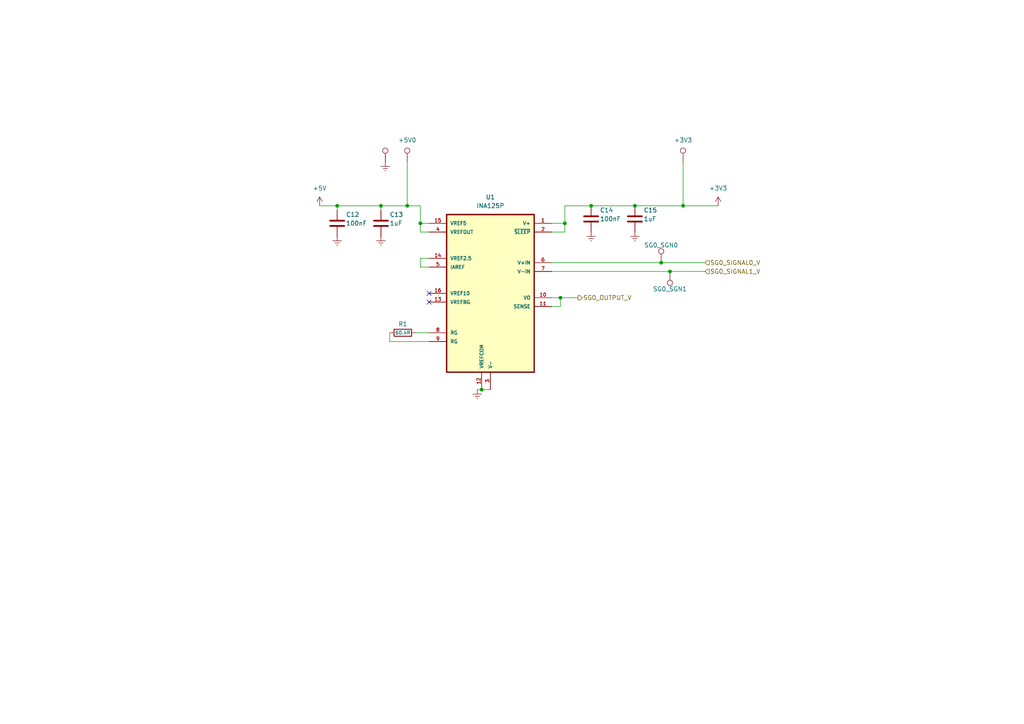
<source format=kicad_sch>
(kicad_sch (version 20211123) (generator eeschema)

  (uuid fb6179cb-e95f-48d5-9505-c2ae29ecf471)

  (paper "A4")

  (title_block
    (title "EDUEXO custom PCB")
    (date "2023-03-28")
    (rev "V1")
    (company "CBPR")
    (comment 1 "Mohammed Al-Tashi")
    (comment 2 "<mohammedaltashi770@gmail.com>")
  )

  (lib_symbols
    (symbol "Connector:TestPoint" (pin_numbers hide) (pin_names (offset 0.762) hide) (in_bom yes) (on_board yes)
      (property "Reference" "TP" (id 0) (at 0 6.858 0)
        (effects (font (size 1.27 1.27)))
      )
      (property "Value" "TestPoint" (id 1) (at 0 5.08 0)
        (effects (font (size 1.27 1.27)))
      )
      (property "Footprint" "" (id 2) (at 5.08 0 0)
        (effects (font (size 1.27 1.27)) hide)
      )
      (property "Datasheet" "~" (id 3) (at 5.08 0 0)
        (effects (font (size 1.27 1.27)) hide)
      )
      (property "ki_keywords" "test point tp" (id 4) (at 0 0 0)
        (effects (font (size 1.27 1.27)) hide)
      )
      (property "ki_description" "test point" (id 5) (at 0 0 0)
        (effects (font (size 1.27 1.27)) hide)
      )
      (property "ki_fp_filters" "Pin* Test*" (id 6) (at 0 0 0)
        (effects (font (size 1.27 1.27)) hide)
      )
      (symbol "TestPoint_0_1"
        (circle (center 0 3.302) (radius 0.762)
          (stroke (width 0) (type default) (color 0 0 0 0))
          (fill (type none))
        )
      )
      (symbol "TestPoint_1_1"
        (pin passive line (at 0 0 90) (length 2.54)
          (name "1" (effects (font (size 1.27 1.27))))
          (number "1" (effects (font (size 1.27 1.27))))
        )
      )
    )
    (symbol "Device:C" (pin_numbers hide) (pin_names (offset 0.254)) (in_bom yes) (on_board yes)
      (property "Reference" "C" (id 0) (at 0.635 2.54 0)
        (effects (font (size 1.27 1.27)) (justify left))
      )
      (property "Value" "C" (id 1) (at 0.635 -2.54 0)
        (effects (font (size 1.27 1.27)) (justify left))
      )
      (property "Footprint" "" (id 2) (at 0.9652 -3.81 0)
        (effects (font (size 1.27 1.27)) hide)
      )
      (property "Datasheet" "~" (id 3) (at 0 0 0)
        (effects (font (size 1.27 1.27)) hide)
      )
      (property "ki_keywords" "cap capacitor" (id 4) (at 0 0 0)
        (effects (font (size 1.27 1.27)) hide)
      )
      (property "ki_description" "Unpolarized capacitor" (id 5) (at 0 0 0)
        (effects (font (size 1.27 1.27)) hide)
      )
      (property "ki_fp_filters" "C_*" (id 6) (at 0 0 0)
        (effects (font (size 1.27 1.27)) hide)
      )
      (symbol "C_0_1"
        (polyline
          (pts
            (xy -2.032 -0.762)
            (xy 2.032 -0.762)
          )
          (stroke (width 0.508) (type default) (color 0 0 0 0))
          (fill (type none))
        )
        (polyline
          (pts
            (xy -2.032 0.762)
            (xy 2.032 0.762)
          )
          (stroke (width 0.508) (type default) (color 0 0 0 0))
          (fill (type none))
        )
      )
      (symbol "C_1_1"
        (pin passive line (at 0 3.81 270) (length 2.794)
          (name "~" (effects (font (size 1.27 1.27))))
          (number "1" (effects (font (size 1.27 1.27))))
        )
        (pin passive line (at 0 -3.81 90) (length 2.794)
          (name "~" (effects (font (size 1.27 1.27))))
          (number "2" (effects (font (size 1.27 1.27))))
        )
      )
    )
    (symbol "Device:R" (pin_numbers hide) (pin_names (offset 0)) (in_bom yes) (on_board yes)
      (property "Reference" "R" (id 0) (at 2.032 0 90)
        (effects (font (size 1.27 1.27)))
      )
      (property "Value" "R" (id 1) (at 0 0 90)
        (effects (font (size 1.27 1.27)))
      )
      (property "Footprint" "" (id 2) (at -1.778 0 90)
        (effects (font (size 1.27 1.27)) hide)
      )
      (property "Datasheet" "~" (id 3) (at 0 0 0)
        (effects (font (size 1.27 1.27)) hide)
      )
      (property "ki_keywords" "R res resistor" (id 4) (at 0 0 0)
        (effects (font (size 1.27 1.27)) hide)
      )
      (property "ki_description" "Resistor" (id 5) (at 0 0 0)
        (effects (font (size 1.27 1.27)) hide)
      )
      (property "ki_fp_filters" "R_*" (id 6) (at 0 0 0)
        (effects (font (size 1.27 1.27)) hide)
      )
      (symbol "R_0_1"
        (rectangle (start -1.016 -2.54) (end 1.016 2.54)
          (stroke (width 0.254) (type default) (color 0 0 0 0))
          (fill (type none))
        )
      )
      (symbol "R_1_1"
        (pin passive line (at 0 3.81 270) (length 1.27)
          (name "~" (effects (font (size 1.27 1.27))))
          (number "1" (effects (font (size 1.27 1.27))))
        )
        (pin passive line (at 0 -3.81 90) (length 1.27)
          (name "~" (effects (font (size 1.27 1.27))))
          (number "2" (effects (font (size 1.27 1.27))))
        )
      )
    )
    (symbol "EDUEXO-custom-PCB:INA125P" (pin_names (offset 1.016)) (in_bom yes) (on_board yes)
      (property "Reference" "U?" (id 0) (at 0 27.94 0)
        (effects (font (size 1.27 1.27)))
      )
      (property "Value" "INA125P" (id 1) (at 0 25.4 0)
        (effects (font (size 1.27 1.27)))
      )
      (property "Footprint" "DIP794W45P254L1969H508Q16" (id 2) (at 0 0 0)
        (effects (font (size 1.27 1.27)) (justify bottom) hide)
      )
      (property "Datasheet" "https://www.ti.com/lit/ds/symlink/ina125.pdf" (id 3) (at 0 0 0)
        (effects (font (size 1.27 1.27)) hide)
      )
      (symbol "INA125P_0_0"
        (rectangle (start -12.7 -22.86) (end 12.7 22.86)
          (stroke (width 0.41) (type default) (color 0 0 0 0))
          (fill (type background))
        )
        (pin power_in line (at 17.78 20.32 180) (length 5.08)
          (name "V+" (effects (font (size 1.016 1.016))))
          (number "1" (effects (font (size 1.016 1.016))))
        )
        (pin output line (at 17.78 -1.27 180) (length 5.08)
          (name "VO" (effects (font (size 1.016 1.016))))
          (number "10" (effects (font (size 1.016 1.016))))
        )
        (pin input line (at 17.78 -3.81 180) (length 5.08)
          (name "SENSE" (effects (font (size 1.016 1.016))))
          (number "11" (effects (font (size 1.016 1.016))))
        )
        (pin power_in line (at -2.54 -27.94 90) (length 5.08)
          (name "VREFCOM" (effects (font (size 1.016 1.016))))
          (number "12" (effects (font (size 1.016 1.016))))
        )
        (pin bidirectional line (at -17.78 -2.54 0) (length 5.08)
          (name "VREFBG" (effects (font (size 1.016 1.016))))
          (number "13" (effects (font (size 1.016 1.016))))
        )
        (pin passive line (at -17.78 10.16 0) (length 5.08)
          (name "VREF2.5" (effects (font (size 1.016 1.016))))
          (number "14" (effects (font (size 1.016 1.016))))
        )
        (pin passive line (at -17.78 20.32 0) (length 5.08)
          (name "VREF5" (effects (font (size 1.016 1.016))))
          (number "15" (effects (font (size 1.016 1.016))))
        )
        (pin passive line (at -17.78 0 0) (length 5.08)
          (name "VREF10" (effects (font (size 1.016 1.016))))
          (number "16" (effects (font (size 1.016 1.016))))
        )
        (pin input line (at 17.78 17.78 180) (length 5.08)
          (name "~{SLEEP}" (effects (font (size 1.016 1.016))))
          (number "2" (effects (font (size 1.016 1.016))))
        )
        (pin power_in line (at 0 -27.94 90) (length 5.08)
          (name "V-" (effects (font (size 1.016 1.016))))
          (number "3" (effects (font (size 1.016 1.016))))
        )
        (pin power_out line (at -17.78 17.78 0) (length 5.08)
          (name "VREFOUT" (effects (font (size 1.016 1.016))))
          (number "4" (effects (font (size 1.016 1.016))))
        )
        (pin input line (at -17.78 7.62 0) (length 5.08)
          (name "IAREF" (effects (font (size 1.016 1.016))))
          (number "5" (effects (font (size 1.016 1.016))))
        )
        (pin input line (at 17.78 8.89 180) (length 5.08)
          (name "V+IN" (effects (font (size 1.016 1.016))))
          (number "6" (effects (font (size 1.016 1.016))))
        )
        (pin input line (at 17.78 6.35 180) (length 5.08)
          (name "V-IN" (effects (font (size 1.016 1.016))))
          (number "7" (effects (font (size 1.016 1.016))))
        )
        (pin passive line (at -17.78 -11.43 0) (length 5.08)
          (name "RG" (effects (font (size 1.016 1.016))))
          (number "8" (effects (font (size 1.016 1.016))))
        )
        (pin passive line (at -17.78 -13.97 0) (length 5.08)
          (name "RG" (effects (font (size 1.016 1.016))))
          (number "9" (effects (font (size 1.016 1.016))))
        )
      )
    )
    (symbol "power:+3.3V" (power) (pin_names (offset 0)) (in_bom yes) (on_board yes)
      (property "Reference" "#PWR" (id 0) (at 0 -3.81 0)
        (effects (font (size 1.27 1.27)) hide)
      )
      (property "Value" "+3.3V" (id 1) (at 0 3.556 0)
        (effects (font (size 1.27 1.27)))
      )
      (property "Footprint" "" (id 2) (at 0 0 0)
        (effects (font (size 1.27 1.27)) hide)
      )
      (property "Datasheet" "" (id 3) (at 0 0 0)
        (effects (font (size 1.27 1.27)) hide)
      )
      (property "ki_keywords" "power-flag" (id 4) (at 0 0 0)
        (effects (font (size 1.27 1.27)) hide)
      )
      (property "ki_description" "Power symbol creates a global label with name \"+3.3V\"" (id 5) (at 0 0 0)
        (effects (font (size 1.27 1.27)) hide)
      )
      (symbol "+3.3V_0_1"
        (polyline
          (pts
            (xy -0.762 1.27)
            (xy 0 2.54)
          )
          (stroke (width 0) (type default) (color 0 0 0 0))
          (fill (type none))
        )
        (polyline
          (pts
            (xy 0 0)
            (xy 0 2.54)
          )
          (stroke (width 0) (type default) (color 0 0 0 0))
          (fill (type none))
        )
        (polyline
          (pts
            (xy 0 2.54)
            (xy 0.762 1.27)
          )
          (stroke (width 0) (type default) (color 0 0 0 0))
          (fill (type none))
        )
      )
      (symbol "+3.3V_1_1"
        (pin power_in line (at 0 0 90) (length 0) hide
          (name "+3V3" (effects (font (size 1.27 1.27))))
          (number "1" (effects (font (size 1.27 1.27))))
        )
      )
    )
    (symbol "power:+5V" (power) (pin_names (offset 0)) (in_bom yes) (on_board yes)
      (property "Reference" "#PWR" (id 0) (at 0 -3.81 0)
        (effects (font (size 1.27 1.27)) hide)
      )
      (property "Value" "+5V" (id 1) (at 0 3.556 0)
        (effects (font (size 1.27 1.27)))
      )
      (property "Footprint" "" (id 2) (at 0 0 0)
        (effects (font (size 1.27 1.27)) hide)
      )
      (property "Datasheet" "" (id 3) (at 0 0 0)
        (effects (font (size 1.27 1.27)) hide)
      )
      (property "ki_keywords" "power-flag" (id 4) (at 0 0 0)
        (effects (font (size 1.27 1.27)) hide)
      )
      (property "ki_description" "Power symbol creates a global label with name \"+5V\"" (id 5) (at 0 0 0)
        (effects (font (size 1.27 1.27)) hide)
      )
      (symbol "+5V_0_1"
        (polyline
          (pts
            (xy -0.762 1.27)
            (xy 0 2.54)
          )
          (stroke (width 0) (type default) (color 0 0 0 0))
          (fill (type none))
        )
        (polyline
          (pts
            (xy 0 0)
            (xy 0 2.54)
          )
          (stroke (width 0) (type default) (color 0 0 0 0))
          (fill (type none))
        )
        (polyline
          (pts
            (xy 0 2.54)
            (xy 0.762 1.27)
          )
          (stroke (width 0) (type default) (color 0 0 0 0))
          (fill (type none))
        )
      )
      (symbol "+5V_1_1"
        (pin power_in line (at 0 0 90) (length 0) hide
          (name "+5V" (effects (font (size 1.27 1.27))))
          (number "1" (effects (font (size 1.27 1.27))))
        )
      )
    )
    (symbol "power:Earth" (power) (pin_names (offset 0)) (in_bom yes) (on_board yes)
      (property "Reference" "#PWR" (id 0) (at 0 -6.35 0)
        (effects (font (size 1.27 1.27)) hide)
      )
      (property "Value" "Earth" (id 1) (at 0 -3.81 0)
        (effects (font (size 1.27 1.27)) hide)
      )
      (property "Footprint" "" (id 2) (at 0 0 0)
        (effects (font (size 1.27 1.27)) hide)
      )
      (property "Datasheet" "~" (id 3) (at 0 0 0)
        (effects (font (size 1.27 1.27)) hide)
      )
      (property "ki_keywords" "power-flag ground gnd" (id 4) (at 0 0 0)
        (effects (font (size 1.27 1.27)) hide)
      )
      (property "ki_description" "Power symbol creates a global label with name \"Earth\"" (id 5) (at 0 0 0)
        (effects (font (size 1.27 1.27)) hide)
      )
      (symbol "Earth_0_1"
        (polyline
          (pts
            (xy -0.635 -1.905)
            (xy 0.635 -1.905)
          )
          (stroke (width 0) (type default) (color 0 0 0 0))
          (fill (type none))
        )
        (polyline
          (pts
            (xy -0.127 -2.54)
            (xy 0.127 -2.54)
          )
          (stroke (width 0) (type default) (color 0 0 0 0))
          (fill (type none))
        )
        (polyline
          (pts
            (xy 0 -1.27)
            (xy 0 0)
          )
          (stroke (width 0) (type default) (color 0 0 0 0))
          (fill (type none))
        )
        (polyline
          (pts
            (xy 1.27 -1.27)
            (xy -1.27 -1.27)
          )
          (stroke (width 0) (type default) (color 0 0 0 0))
          (fill (type none))
        )
      )
      (symbol "Earth_1_1"
        (pin power_in line (at 0 0 270) (length 0) hide
          (name "Earth" (effects (font (size 1.27 1.27))))
          (number "1" (effects (font (size 1.27 1.27))))
        )
      )
    )
  )

  (junction (at 139.7 113.03) (diameter 0) (color 0 0 0 0)
    (uuid 06a295e2-d966-47c5-843c-19f4842f4527)
  )
  (junction (at 184.15 59.69) (diameter 0) (color 0 0 0 0)
    (uuid 170cc009-f977-4bf4-bd68-a6a1ddbfe76d)
  )
  (junction (at 118.11 59.69) (diameter 0) (color 0 0 0 0)
    (uuid 264a1224-3ab1-4899-81c0-245331de911b)
  )
  (junction (at 121.92 64.77) (diameter 0) (color 0 0 0 0)
    (uuid 2f78b992-8b69-47c4-9151-9f3141f27f99)
  )
  (junction (at 97.79 59.69) (diameter 0) (color 0 0 0 0)
    (uuid 2f7fe57c-e836-4868-90a8-cb4937862e0d)
  )
  (junction (at 110.49 59.69) (diameter 0) (color 0 0 0 0)
    (uuid 393d281a-333d-4190-9eb1-90985c580f8e)
  )
  (junction (at 171.45 59.69) (diameter 0) (color 0 0 0 0)
    (uuid 43e973c5-5657-466b-9fe9-296272ac21e3)
  )
  (junction (at 191.77 76.2) (diameter 0) (color 0 0 0 0)
    (uuid 4ef7656d-11b0-4d26-af48-3280114cce86)
  )
  (junction (at 198.12 59.69) (diameter 0) (color 0 0 0 0)
    (uuid 53c48f92-4f87-48df-a5e7-ccba04cfd758)
  )
  (junction (at 162.56 86.36) (diameter 0) (color 0 0 0 0)
    (uuid 8a5aa12c-b6f5-4159-9c6b-2846226229f3)
  )
  (junction (at 194.31 78.74) (diameter 0) (color 0 0 0 0)
    (uuid 94d23836-4b01-4339-a00e-0b02680335a2)
  )
  (junction (at 163.83 64.77) (diameter 0) (color 0 0 0 0)
    (uuid ac90f7ec-9c12-4163-820f-3ee401b3d3ff)
  )

  (no_connect (at 124.46 87.63) (uuid 45e21da0-73c2-406e-ab19-b2142aeca196))
  (no_connect (at 124.46 85.09) (uuid 45e21da0-73c2-406e-ab19-b2142aeca197))

  (wire (pts (xy 118.11 59.69) (xy 121.92 59.69))
    (stroke (width 0) (type default) (color 0 0 0 0))
    (uuid 069f8308-2a7a-4c3d-93b0-9f37fb2149b7)
  )
  (wire (pts (xy 160.02 78.74) (xy 194.31 78.74))
    (stroke (width 0) (type default) (color 0 0 0 0))
    (uuid 0a3adc0b-4a22-4cf6-897d-df4cd049f250)
  )
  (wire (pts (xy 171.45 59.69) (xy 184.15 59.69))
    (stroke (width 0) (type default) (color 0 0 0 0))
    (uuid 134c1fbc-409f-4c1d-bc6f-2ba14a6ddd98)
  )
  (wire (pts (xy 162.56 86.36) (xy 167.64 86.36))
    (stroke (width 0) (type default) (color 0 0 0 0))
    (uuid 16ae562e-8c34-4484-a08a-42dcfa6026a5)
  )
  (wire (pts (xy 139.7 113.03) (xy 142.24 113.03))
    (stroke (width 0) (type default) (color 0 0 0 0))
    (uuid 19a23da5-e4e6-4531-a231-506cd8cf27e4)
  )
  (wire (pts (xy 121.92 67.31) (xy 124.46 67.31))
    (stroke (width 0) (type default) (color 0 0 0 0))
    (uuid 2251e61e-9178-4ba1-9f47-64a8d7ee4db0)
  )
  (wire (pts (xy 118.11 46.99) (xy 118.11 59.69))
    (stroke (width 0) (type default) (color 0 0 0 0))
    (uuid 2ee26b0d-9856-45ce-ae4f-fb6b6ae26533)
  )
  (wire (pts (xy 124.46 99.06) (xy 113.03 99.06))
    (stroke (width 0) (type default) (color 0 0 0 0))
    (uuid 30388487-6c57-4253-812f-70f5427b1008)
  )
  (wire (pts (xy 163.83 67.31) (xy 163.83 64.77))
    (stroke (width 0) (type default) (color 0 0 0 0))
    (uuid 334323c0-4ba0-4c1d-8872-48b52fa51b3a)
  )
  (wire (pts (xy 162.56 86.36) (xy 162.56 88.9))
    (stroke (width 0) (type default) (color 0 0 0 0))
    (uuid 43fa77f2-3c43-4db6-8f6c-36a2066e5f88)
  )
  (wire (pts (xy 97.79 60.96) (xy 97.79 59.69))
    (stroke (width 0) (type default) (color 0 0 0 0))
    (uuid 44025531-0a7e-4aef-bd0c-334b51d5c88f)
  )
  (wire (pts (xy 138.43 113.03) (xy 139.7 113.03))
    (stroke (width 0) (type default) (color 0 0 0 0))
    (uuid 458d9d84-b321-4cf0-a2e8-7085d2bfdce2)
  )
  (wire (pts (xy 110.49 59.69) (xy 118.11 59.69))
    (stroke (width 0) (type default) (color 0 0 0 0))
    (uuid 46ebd538-f1c5-4f1e-8572-66623ad52c72)
  )
  (wire (pts (xy 113.03 99.06) (xy 113.03 96.52))
    (stroke (width 0) (type default) (color 0 0 0 0))
    (uuid 50bfe78e-9061-46fb-a471-901ea4101dbf)
  )
  (wire (pts (xy 198.12 46.99) (xy 198.12 59.69))
    (stroke (width 0) (type default) (color 0 0 0 0))
    (uuid 60e22879-11fe-4736-8346-cb0a8732fcf9)
  )
  (wire (pts (xy 191.77 76.2) (xy 204.47 76.2))
    (stroke (width 0) (type default) (color 0 0 0 0))
    (uuid 64f94b5c-652d-4f30-bdde-0f2b89dfd79c)
  )
  (wire (pts (xy 121.92 74.93) (xy 121.92 77.47))
    (stroke (width 0) (type default) (color 0 0 0 0))
    (uuid 8490a2ff-ef52-47ce-9733-659ad5ef087b)
  )
  (wire (pts (xy 124.46 74.93) (xy 121.92 74.93))
    (stroke (width 0) (type default) (color 0 0 0 0))
    (uuid 84c32367-3afc-4964-a28a-50e2a38e658f)
  )
  (wire (pts (xy 121.92 64.77) (xy 121.92 67.31))
    (stroke (width 0) (type default) (color 0 0 0 0))
    (uuid 908de513-aed1-41d5-a03a-45b3680f2c1b)
  )
  (wire (pts (xy 124.46 64.77) (xy 121.92 64.77))
    (stroke (width 0) (type default) (color 0 0 0 0))
    (uuid 94209928-e111-409f-af72-6c1e8df55f90)
  )
  (wire (pts (xy 120.65 96.52) (xy 124.46 96.52))
    (stroke (width 0) (type default) (color 0 0 0 0))
    (uuid 96f29b8b-8d2a-45d9-8154-8e4c8b35b2db)
  )
  (wire (pts (xy 184.15 59.69) (xy 198.12 59.69))
    (stroke (width 0) (type default) (color 0 0 0 0))
    (uuid 99455f50-071f-4ab8-9713-326f12c66605)
  )
  (wire (pts (xy 92.71 59.69) (xy 97.79 59.69))
    (stroke (width 0) (type default) (color 0 0 0 0))
    (uuid 9b1f62cb-3e24-4016-b671-f011a9593bba)
  )
  (wire (pts (xy 163.83 64.77) (xy 160.02 64.77))
    (stroke (width 0) (type default) (color 0 0 0 0))
    (uuid 9e09b4db-2de5-4e8d-a511-bb1406797bd2)
  )
  (wire (pts (xy 160.02 67.31) (xy 163.83 67.31))
    (stroke (width 0) (type default) (color 0 0 0 0))
    (uuid a58761a8-2b74-48b4-ba14-d12c3fb45067)
  )
  (wire (pts (xy 160.02 76.2) (xy 191.77 76.2))
    (stroke (width 0) (type default) (color 0 0 0 0))
    (uuid b510f193-3cf3-4a46-bd46-819e97880e66)
  )
  (wire (pts (xy 121.92 77.47) (xy 124.46 77.47))
    (stroke (width 0) (type default) (color 0 0 0 0))
    (uuid bd45193f-5859-4553-8248-e8c56c0e64f7)
  )
  (wire (pts (xy 97.79 59.69) (xy 110.49 59.69))
    (stroke (width 0) (type default) (color 0 0 0 0))
    (uuid c94dad7b-d773-470b-9317-d47c44cbe252)
  )
  (wire (pts (xy 110.49 60.96) (xy 110.49 59.69))
    (stroke (width 0) (type default) (color 0 0 0 0))
    (uuid c9d6a897-238c-4846-aa49-5b6fff2c10fb)
  )
  (wire (pts (xy 198.12 59.69) (xy 208.28 59.69))
    (stroke (width 0) (type default) (color 0 0 0 0))
    (uuid d018d2c9-b5fd-4c09-8fac-e4e9c81d9b7b)
  )
  (wire (pts (xy 194.31 78.74) (xy 204.47 78.74))
    (stroke (width 0) (type default) (color 0 0 0 0))
    (uuid d2b8b5dc-00b7-4ae9-b05d-22167112af23)
  )
  (wire (pts (xy 171.45 59.69) (xy 163.83 59.69))
    (stroke (width 0) (type default) (color 0 0 0 0))
    (uuid d35a2e96-8ea2-44de-8fa9-d832ec8b0ef9)
  )
  (wire (pts (xy 160.02 86.36) (xy 162.56 86.36))
    (stroke (width 0) (type default) (color 0 0 0 0))
    (uuid d59be645-07a3-4fd4-ac35-7b2169f597ca)
  )
  (wire (pts (xy 162.56 88.9) (xy 160.02 88.9))
    (stroke (width 0) (type default) (color 0 0 0 0))
    (uuid dfa5c2e7-a3b7-4d41-a796-8296f7758c2b)
  )
  (wire (pts (xy 163.83 59.69) (xy 163.83 64.77))
    (stroke (width 0) (type default) (color 0 0 0 0))
    (uuid e2b3035c-22fe-4b8a-b8f2-136a50f0d9be)
  )
  (wire (pts (xy 121.92 64.77) (xy 121.92 59.69))
    (stroke (width 0) (type default) (color 0 0 0 0))
    (uuid fb00b10b-f141-43a9-b427-39008e928009)
  )

  (hierarchical_label "SG0_OUTPUT_V" (shape output) (at 167.64 86.36 0)
    (effects (font (size 1.27 1.27)) (justify left))
    (uuid 3889e036-df9e-411c-ae22-9cfa70585708)
  )
  (hierarchical_label "SG0_SIGNAL1_V" (shape input) (at 204.47 78.74 0)
    (effects (font (size 1.27 1.27)) (justify left))
    (uuid 8554af91-fd1d-4980-aab9-7befafa0a632)
  )
  (hierarchical_label "SG0_SIGNAL0_V" (shape input) (at 204.47 76.2 0)
    (effects (font (size 1.27 1.27)) (justify left))
    (uuid b9bdc67b-9112-4aa8-9870-9d77e4494d46)
  )

  (symbol (lib_id "power:Earth") (at 184.15 67.31 0) (unit 1)
    (in_bom yes) (on_board yes) (fields_autoplaced)
    (uuid 00c3d1ee-a1d7-447a-94e1-576c483bfd7d)
    (property "Reference" "#PWR0138" (id 0) (at 184.15 73.66 0)
      (effects (font (size 1.27 1.27)) hide)
    )
    (property "Value" "Earth" (id 1) (at 184.15 71.12 0)
      (effects (font (size 1.27 1.27)) hide)
    )
    (property "Footprint" "" (id 2) (at 184.15 67.31 0)
      (effects (font (size 1.27 1.27)) hide)
    )
    (property "Datasheet" "~" (id 3) (at 184.15 67.31 0)
      (effects (font (size 1.27 1.27)) hide)
    )
    (pin "1" (uuid bda243aa-96fe-43c9-848d-8399ac0314b7))
  )

  (symbol (lib_id "Connector:TestPoint") (at 111.76 46.99 0) (unit 1)
    (in_bom yes) (on_board yes)
    (uuid 052b9a1f-de21-4001-8907-dfcc6a191553)
    (property "Reference" "GND3" (id 0) (at 109.22 36.83 90)
      (effects (font (size 1.27 1.27)) hide)
    )
    (property "Value" "TestPoint" (id 1) (at 111.76 36.83 90)
      (effects (font (size 1.27 1.27)) hide)
    )
    (property "Footprint" "TestPoint:TestPoint_Keystone_5000-5004_Miniature" (id 2) (at 116.84 46.99 0)
      (effects (font (size 1.27 1.27)) hide)
    )
    (property "Datasheet" "https://www.keyelco.com/userAssets/file/M65p56.pdf" (id 3) (at 116.84 46.99 0)
      (effects (font (size 1.27 1.27)) hide)
    )
    (property "MPN" "5002" (id 4) (at 111.76 46.99 0)
      (effects (font (size 1.27 1.27)) hide)
    )
    (pin "1" (uuid 6c83bda0-3db0-4e3e-b167-57e7fc73d6b4))
  )

  (symbol (lib_id "Connector:TestPoint") (at 118.11 46.99 0) (unit 1)
    (in_bom yes) (on_board yes)
    (uuid 0c202822-edfa-4e71-8c1e-41f23ad8cb15)
    (property "Reference" "+5V0" (id 0) (at 118.11 40.64 0))
    (property "Value" "TestPoint" (id 1) (at 118.11 41.91 0)
      (effects (font (size 1.27 1.27)) hide)
    )
    (property "Footprint" "TestPoint:TestPoint_Keystone_5000-5004_Miniature" (id 2) (at 123.19 46.99 0)
      (effects (font (size 1.27 1.27)) hide)
    )
    (property "Datasheet" "https://www.keyelco.com/userAssets/file/M65p56.pdf" (id 3) (at 123.19 46.99 0)
      (effects (font (size 1.27 1.27)) hide)
    )
    (property "MPN" "5002" (id 4) (at 118.11 46.99 0)
      (effects (font (size 1.27 1.27)) hide)
    )
    (pin "1" (uuid 0e23e588-88a0-48d7-8260-44fed2cac9ed))
  )

  (symbol (lib_id "EDUEXO-custom-PCB:INA125P") (at 142.24 85.09 0) (unit 1)
    (in_bom yes) (on_board yes) (fields_autoplaced)
    (uuid 0d13c93b-2854-4484-b774-62facd9bdd66)
    (property "Reference" "U1" (id 0) (at 142.24 57.15 0))
    (property "Value" "INA125P" (id 1) (at 142.24 59.69 0))
    (property "Footprint" "DIP794W45P254L1969H508Q16" (id 2) (at 142.24 85.09 0)
      (effects (font (size 1.27 1.27)) (justify bottom) hide)
    )
    (property "Datasheet" "https://www.ti.com/lit/ds/symlink/ina125.pdf" (id 3) (at 142.24 85.09 0)
      (effects (font (size 1.27 1.27)) hide)
    )
    (property "MPN" "INA125P" (id 4) (at 142.24 85.09 0)
      (effects (font (size 1.27 1.27)) hide)
    )
    (pin "1" (uuid 7bd91b3e-5b44-43ee-930a-02a7da587995))
    (pin "10" (uuid a3a2658d-227f-4ece-a4f7-38dcf77b8ff8))
    (pin "11" (uuid c9f8cc45-cb86-45e9-913e-5712de4eb7f6))
    (pin "12" (uuid 1ad784b6-e726-4ab0-955a-ee2b7b151db8))
    (pin "13" (uuid 78f861d0-8dd6-4752-a2e5-653777c3cdba))
    (pin "14" (uuid c119dac6-d273-426c-bdae-a2772f8159a8))
    (pin "15" (uuid 65530580-2d63-4f42-a792-841e8416a58b))
    (pin "16" (uuid d131bc6a-5af8-4de0-802d-fc99cef13f42))
    (pin "2" (uuid 97a27218-2921-4461-bf2c-d12da26a3eba))
    (pin "3" (uuid 2ac1a104-43ab-4ea2-9f48-faacd8f6080d))
    (pin "4" (uuid 2946a679-52cd-419f-9f14-0277808436d8))
    (pin "5" (uuid 7fefcafb-db68-4d3c-bce8-f84380c24a16))
    (pin "6" (uuid eb6c8dc5-3db6-4bc0-975d-810c0ba77cb1))
    (pin "7" (uuid 1f7a586f-7ccc-4320-b074-e66da7d9f384))
    (pin "8" (uuid 5f5dd44a-4394-4801-962d-ba47670c7cc6))
    (pin "9" (uuid 47921dc4-8a01-4a5a-b7a9-341f4aee19c8))
  )

  (symbol (lib_id "Connector:TestPoint") (at 194.31 78.74 180) (unit 1)
    (in_bom yes) (on_board yes)
    (uuid 1d7525e1-d563-413e-a3fa-e259f33a598c)
    (property "Reference" "SG0_SGN1" (id 0) (at 194.31 83.82 0))
    (property "Value" "TestPoint" (id 1) (at 194.31 88.9 90)
      (effects (font (size 1.27 1.27)) hide)
    )
    (property "Footprint" "TestPoint:TestPoint_Keystone_5000-5004_Miniature" (id 2) (at 189.23 78.74 0)
      (effects (font (size 1.27 1.27)) hide)
    )
    (property "Datasheet" "https://www.keyelco.com/userAssets/file/M65p56.pdf" (id 3) (at 189.23 78.74 0)
      (effects (font (size 1.27 1.27)) hide)
    )
    (property "MPN" "5002" (id 4) (at 194.31 78.74 0)
      (effects (font (size 1.27 1.27)) hide)
    )
    (pin "1" (uuid 98002569-dded-4ce6-8cbf-917172fca51d))
  )

  (symbol (lib_id "Connector:TestPoint") (at 191.77 76.2 0) (unit 1)
    (in_bom yes) (on_board yes)
    (uuid 4e3810b1-c25b-471b-9f9e-e07d7bdb8066)
    (property "Reference" "SG0_SGN0" (id 0) (at 191.77 71.12 0))
    (property "Value" "TestPoint" (id 1) (at 191.77 66.04 90)
      (effects (font (size 1.27 1.27)) hide)
    )
    (property "Footprint" "TestPoint:TestPoint_Keystone_5000-5004_Miniature" (id 2) (at 196.85 76.2 0)
      (effects (font (size 1.27 1.27)) hide)
    )
    (property "Datasheet" "https://www.keyelco.com/userAssets/file/M65p56.pdf" (id 3) (at 196.85 76.2 0)
      (effects (font (size 1.27 1.27)) hide)
    )
    (property "MPN" "5002" (id 4) (at 191.77 76.2 0)
      (effects (font (size 1.27 1.27)) hide)
    )
    (pin "1" (uuid 79d214d1-c754-4263-8998-d8d837477827))
  )

  (symbol (lib_id "Device:C") (at 184.15 63.5 0) (unit 1)
    (in_bom yes) (on_board yes)
    (uuid 55a638d5-e984-4208-aad6-1457b794685a)
    (property "Reference" "C15" (id 0) (at 186.69 60.96 0)
      (effects (font (size 1.27 1.27)) (justify left))
    )
    (property "Value" "1uF" (id 1) (at 186.69 63.5 0)
      (effects (font (size 1.27 1.27)) (justify left))
    )
    (property "Footprint" "Capacitor_SMD:C_0805_2012Metric" (id 2) (at 185.1152 67.31 0)
      (effects (font (size 1.27 1.27)) hide)
    )
    (property "Datasheet" "https://product.tdk.com/en/system/files?file=dam/doc/product/capacitor/ceramic/mlcc/catalog/mlcc_commercial_midvoltage_en.pdf" (id 3) (at 184.15 63.5 0)
      (effects (font (size 1.27 1.27)) hide)
    )
    (property "MPN" "C2012X7R1H105K125AB" (id 4) (at 184.15 63.5 0)
      (effects (font (size 1.27 1.27)) hide)
    )
    (pin "1" (uuid 315f0ebf-38f7-433f-9a5e-094c163ef04c))
    (pin "2" (uuid 78a8b58b-1081-4a25-914e-14bc8236db7f))
  )

  (symbol (lib_id "power:Earth") (at 110.49 68.58 0) (unit 1)
    (in_bom yes) (on_board yes) (fields_autoplaced)
    (uuid 62b50e01-4fde-45ba-957d-bd4390590df5)
    (property "Reference" "#PWR0140" (id 0) (at 110.49 74.93 0)
      (effects (font (size 1.27 1.27)) hide)
    )
    (property "Value" "Earth" (id 1) (at 110.49 72.39 0)
      (effects (font (size 1.27 1.27)) hide)
    )
    (property "Footprint" "" (id 2) (at 110.49 68.58 0)
      (effects (font (size 1.27 1.27)) hide)
    )
    (property "Datasheet" "~" (id 3) (at 110.49 68.58 0)
      (effects (font (size 1.27 1.27)) hide)
    )
    (pin "1" (uuid 0eaab48e-71af-4391-a6a9-31f61ecba0d7))
  )

  (symbol (lib_id "Device:C") (at 97.79 64.77 0) (unit 1)
    (in_bom yes) (on_board yes)
    (uuid 8d14c3a4-c93b-4bf2-a23c-8db8a4f1aff7)
    (property "Reference" "C12" (id 0) (at 100.33 62.23 0)
      (effects (font (size 1.27 1.27)) (justify left))
    )
    (property "Value" "100nF" (id 1) (at 100.33 64.77 0)
      (effects (font (size 1.27 1.27)) (justify left))
    )
    (property "Footprint" "Capacitor_SMD:C_0805_2012Metric" (id 2) (at 98.7552 68.58 0)
      (effects (font (size 1.27 1.27)) hide)
    )
    (property "Datasheet" "https://product.tdk.com/en/system/files?file=dam/doc/product/capacitor/ceramic/mlcc/catalog/mlcc_commercial_midvoltage_en.pdf" (id 3) (at 97.79 64.77 0)
      (effects (font (size 1.27 1.27)) hide)
    )
    (property "MPN" "C2012X7R2A104K125AA" (id 4) (at 97.79 64.77 0)
      (effects (font (size 1.27 1.27)) hide)
    )
    (pin "1" (uuid 0cea8bc0-79fe-4769-9fc0-b7d7097de41d))
    (pin "2" (uuid 24657231-be30-48e9-87e7-eef5a8f3dd0c))
  )

  (symbol (lib_id "power:+3.3V") (at 208.28 59.69 0) (unit 1)
    (in_bom yes) (on_board yes) (fields_autoplaced)
    (uuid 903fc4a3-a0a9-407d-a038-42af94c1ce11)
    (property "Reference" "#PWR06" (id 0) (at 208.28 63.5 0)
      (effects (font (size 1.27 1.27)) hide)
    )
    (property "Value" "+3.3V" (id 1) (at 208.28 54.61 0))
    (property "Footprint" "" (id 2) (at 208.28 59.69 0)
      (effects (font (size 1.27 1.27)) hide)
    )
    (property "Datasheet" "" (id 3) (at 208.28 59.69 0)
      (effects (font (size 1.27 1.27)) hide)
    )
    (pin "1" (uuid 3584b6da-187b-4228-a29f-12b02a7ce436))
  )

  (symbol (lib_id "Device:R") (at 116.84 96.52 90) (unit 1)
    (in_bom yes) (on_board yes)
    (uuid 9bbfeabf-8461-4579-a374-87975b88d24d)
    (property "Reference" "R1" (id 0) (at 116.84 93.98 90))
    (property "Value" "60.4R" (id 1) (at 116.84 96.52 90)
      (effects (font (size 1 1)))
    )
    (property "Footprint" "Resistor_SMD:R_0805_2012Metric" (id 2) (at 116.84 98.298 90)
      (effects (font (size 1.27 1.27)) hide)
    )
    (property "Datasheet" "https://www.yageo.com/upload/media/product/productsearch/datasheet/rchip/PYu-RC_Group_51_RoHS_L_12.pdf" (id 3) (at 116.84 96.52 0)
      (effects (font (size 1.27 1.27)) hide)
    )
    (property "MPN" "RC0805FR-0760R4L" (id 4) (at 116.84 96.52 90)
      (effects (font (size 1.27 1.27)) hide)
    )
    (pin "1" (uuid 76bf98bf-b00a-4d9b-a41e-6a4c96d7ddd2))
    (pin "2" (uuid f8c8a896-f3be-4c6d-a051-594a38b91677))
  )

  (symbol (lib_id "power:Earth") (at 171.45 67.31 0) (unit 1)
    (in_bom yes) (on_board yes) (fields_autoplaced)
    (uuid a45867d3-13b5-424d-9f04-85e07b7169f1)
    (property "Reference" "#PWR0139" (id 0) (at 171.45 73.66 0)
      (effects (font (size 1.27 1.27)) hide)
    )
    (property "Value" "Earth" (id 1) (at 171.45 71.12 0)
      (effects (font (size 1.27 1.27)) hide)
    )
    (property "Footprint" "" (id 2) (at 171.45 67.31 0)
      (effects (font (size 1.27 1.27)) hide)
    )
    (property "Datasheet" "~" (id 3) (at 171.45 67.31 0)
      (effects (font (size 1.27 1.27)) hide)
    )
    (pin "1" (uuid f4d78f78-1bf7-43bc-beb1-924c73643b3a))
  )

  (symbol (lib_id "power:+5V") (at 92.71 59.69 0) (unit 1)
    (in_bom yes) (on_board yes) (fields_autoplaced)
    (uuid b120d2e6-8516-4d77-97fd-065201c1e000)
    (property "Reference" "#PWR04" (id 0) (at 92.71 63.5 0)
      (effects (font (size 1.27 1.27)) hide)
    )
    (property "Value" "+5V" (id 1) (at 92.71 54.61 0))
    (property "Footprint" "" (id 2) (at 92.71 59.69 0)
      (effects (font (size 1.27 1.27)) hide)
    )
    (property "Datasheet" "" (id 3) (at 92.71 59.69 0)
      (effects (font (size 1.27 1.27)) hide)
    )
    (pin "1" (uuid 1149d602-235b-4fcc-b0c4-878599fa2efe))
  )

  (symbol (lib_id "power:Earth") (at 97.79 68.58 0) (unit 1)
    (in_bom yes) (on_board yes) (fields_autoplaced)
    (uuid c32bf329-0ce4-4078-8265-f2729a023433)
    (property "Reference" "#PWR0141" (id 0) (at 97.79 74.93 0)
      (effects (font (size 1.27 1.27)) hide)
    )
    (property "Value" "Earth" (id 1) (at 97.79 72.39 0)
      (effects (font (size 1.27 1.27)) hide)
    )
    (property "Footprint" "" (id 2) (at 97.79 68.58 0)
      (effects (font (size 1.27 1.27)) hide)
    )
    (property "Datasheet" "~" (id 3) (at 97.79 68.58 0)
      (effects (font (size 1.27 1.27)) hide)
    )
    (pin "1" (uuid 2c95b0a6-d5eb-4f11-ab8a-4b4a7ede84f4))
  )

  (symbol (lib_id "power:Earth") (at 138.43 113.03 0) (unit 1)
    (in_bom yes) (on_board yes) (fields_autoplaced)
    (uuid c6287d48-1841-4a66-bd9b-a157cfb06e5c)
    (property "Reference" "#PWR05" (id 0) (at 138.43 119.38 0)
      (effects (font (size 1.27 1.27)) hide)
    )
    (property "Value" "Earth" (id 1) (at 138.43 116.84 0)
      (effects (font (size 1.27 1.27)) hide)
    )
    (property "Footprint" "" (id 2) (at 138.43 113.03 0)
      (effects (font (size 1.27 1.27)) hide)
    )
    (property "Datasheet" "~" (id 3) (at 138.43 113.03 0)
      (effects (font (size 1.27 1.27)) hide)
    )
    (pin "1" (uuid d599be65-bedf-4b71-82aa-be02141cad9f))
  )

  (symbol (lib_id "Connector:TestPoint") (at 198.12 46.99 0) (unit 1)
    (in_bom yes) (on_board yes)
    (uuid d77e4f19-a961-49e4-a544-966d3804e9c8)
    (property "Reference" "+3V3" (id 0) (at 198.12 40.64 0))
    (property "Value" "TestPoint" (id 1) (at 198.12 41.91 0)
      (effects (font (size 1.27 1.27)) hide)
    )
    (property "Footprint" "TestPoint:TestPoint_Keystone_5000-5004_Miniature" (id 2) (at 203.2 46.99 0)
      (effects (font (size 1.27 1.27)) hide)
    )
    (property "Datasheet" "https://www.keyelco.com/userAssets/file/M65p56.pdf" (id 3) (at 203.2 46.99 0)
      (effects (font (size 1.27 1.27)) hide)
    )
    (property "MPN" "5002" (id 4) (at 198.12 46.99 0)
      (effects (font (size 1.27 1.27)) hide)
    )
    (pin "1" (uuid 9b59d6cb-f562-4bce-bf47-d35c6c27d2ec))
  )

  (symbol (lib_id "Device:C") (at 110.49 64.77 0) (unit 1)
    (in_bom yes) (on_board yes)
    (uuid da6204d2-ab51-400d-9246-b0074e53d250)
    (property "Reference" "C13" (id 0) (at 113.03 62.23 0)
      (effects (font (size 1.27 1.27)) (justify left))
    )
    (property "Value" "1uF" (id 1) (at 113.03 64.77 0)
      (effects (font (size 1.27 1.27)) (justify left))
    )
    (property "Footprint" "Capacitor_SMD:C_0805_2012Metric" (id 2) (at 111.4552 68.58 0)
      (effects (font (size 1.27 1.27)) hide)
    )
    (property "Datasheet" "https://product.tdk.com/en/system/files?file=dam/doc/product/capacitor/ceramic/mlcc/catalog/mlcc_commercial_midvoltage_en.pdf" (id 3) (at 110.49 64.77 0)
      (effects (font (size 1.27 1.27)) hide)
    )
    (property "MPN" "C2012X7R1H105K125AB" (id 4) (at 110.49 64.77 0)
      (effects (font (size 1.27 1.27)) hide)
    )
    (pin "1" (uuid c911c88b-6276-4043-86e2-eadb50b3ea49))
    (pin "2" (uuid e8d7641b-aceb-44de-9857-8765e626dcb3))
  )

  (symbol (lib_id "Device:C") (at 171.45 63.5 0) (unit 1)
    (in_bom yes) (on_board yes)
    (uuid dd94f59e-0f49-4de6-a21a-c9dcb4f6bc72)
    (property "Reference" "C14" (id 0) (at 173.99 60.96 0)
      (effects (font (size 1.27 1.27)) (justify left))
    )
    (property "Value" "100nF" (id 1) (at 173.99 63.5 0)
      (effects (font (size 1.27 1.27)) (justify left))
    )
    (property "Footprint" "Capacitor_SMD:C_0805_2012Metric" (id 2) (at 172.4152 67.31 0)
      (effects (font (size 1.27 1.27)) hide)
    )
    (property "Datasheet" "https://product.tdk.com/en/system/files?file=dam/doc/product/capacitor/ceramic/mlcc/catalog/mlcc_commercial_midvoltage_en.pdf" (id 3) (at 171.45 63.5 0)
      (effects (font (size 1.27 1.27)) hide)
    )
    (property "MPN" "C2012X7R2A104K125AA" (id 4) (at 171.45 63.5 0)
      (effects (font (size 1.27 1.27)) hide)
    )
    (pin "1" (uuid 46b81f2b-bba0-439c-98c4-5f32314c7a18))
    (pin "2" (uuid d9cd386f-a8e8-498c-8722-c98bffe5469c))
  )

  (symbol (lib_id "power:Earth") (at 111.76 46.99 0) (unit 1)
    (in_bom yes) (on_board yes) (fields_autoplaced)
    (uuid f0d48b4d-fb0c-42f4-b6f7-d4968b866d10)
    (property "Reference" "#PWR0121" (id 0) (at 111.76 53.34 0)
      (effects (font (size 1.27 1.27)) hide)
    )
    (property "Value" "Earth" (id 1) (at 111.76 50.8 0)
      (effects (font (size 1.27 1.27)) hide)
    )
    (property "Footprint" "" (id 2) (at 111.76 46.99 0)
      (effects (font (size 1.27 1.27)) hide)
    )
    (property "Datasheet" "~" (id 3) (at 111.76 46.99 0)
      (effects (font (size 1.27 1.27)) hide)
    )
    (pin "1" (uuid 0770858c-8b20-4cd0-a7cc-0d0800994af2))
  )
)

</source>
